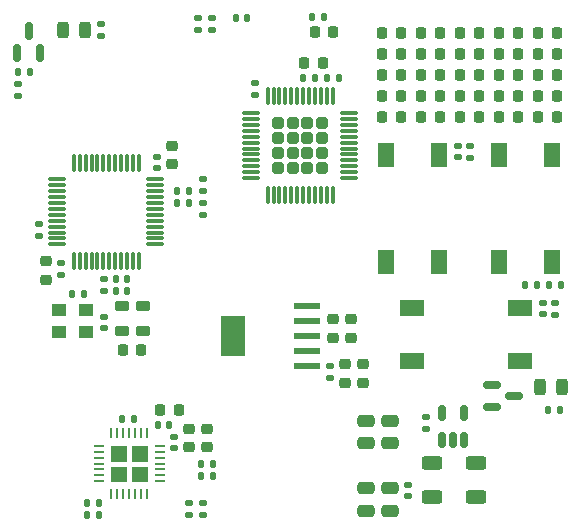
<source format=gtp>
G04 #@! TF.GenerationSoftware,KiCad,Pcbnew,(6.0.0)*
G04 #@! TF.CreationDate,2022-05-24T20:35:50-07:00*
G04 #@! TF.ProjectId,TrackpadLights,54726163-6b70-4616-944c-69676874732e,rev?*
G04 #@! TF.SameCoordinates,Original*
G04 #@! TF.FileFunction,Paste,Top*
G04 #@! TF.FilePolarity,Positive*
%FSLAX46Y46*%
G04 Gerber Fmt 4.6, Leading zero omitted, Abs format (unit mm)*
G04 Created by KiCad (PCBNEW (6.0.0)) date 2022-05-24 20:35:50*
%MOMM*%
%LPD*%
G01*
G04 APERTURE LIST*
G04 Aperture macros list*
%AMRoundRect*
0 Rectangle with rounded corners*
0 $1 Rounding radius*
0 $2 $3 $4 $5 $6 $7 $8 $9 X,Y pos of 4 corners*
0 Add a 4 corners polygon primitive as box body*
4,1,4,$2,$3,$4,$5,$6,$7,$8,$9,$2,$3,0*
0 Add four circle primitives for the rounded corners*
1,1,$1+$1,$2,$3*
1,1,$1+$1,$4,$5*
1,1,$1+$1,$6,$7*
1,1,$1+$1,$8,$9*
0 Add four rect primitives between the rounded corners*
20,1,$1+$1,$2,$3,$4,$5,0*
20,1,$1+$1,$4,$5,$6,$7,0*
20,1,$1+$1,$6,$7,$8,$9,0*
20,1,$1+$1,$8,$9,$2,$3,0*%
G04 Aperture macros list end*
%ADD10C,0.010000*%
%ADD11RoundRect,0.135000X0.135000X0.185000X-0.135000X0.185000X-0.135000X-0.185000X0.135000X-0.185000X0*%
%ADD12RoundRect,0.250000X-0.255000X-0.255000X0.255000X-0.255000X0.255000X0.255000X-0.255000X0.255000X0*%
%ADD13RoundRect,0.075000X-0.662500X-0.075000X0.662500X-0.075000X0.662500X0.075000X-0.662500X0.075000X0*%
%ADD14RoundRect,0.075000X-0.075000X-0.662500X0.075000X-0.662500X0.075000X0.662500X-0.075000X0.662500X0*%
%ADD15RoundRect,0.135000X-0.135000X-0.185000X0.135000X-0.185000X0.135000X0.185000X-0.135000X0.185000X0*%
%ADD16RoundRect,0.135000X-0.185000X0.135000X-0.185000X-0.135000X0.185000X-0.135000X0.185000X0.135000X0*%
%ADD17RoundRect,0.218750X-0.218750X-0.256250X0.218750X-0.256250X0.218750X0.256250X-0.218750X0.256250X0*%
%ADD18RoundRect,0.140000X-0.140000X-0.170000X0.140000X-0.170000X0.140000X0.170000X-0.140000X0.170000X0*%
%ADD19RoundRect,0.250000X-0.625000X0.312500X-0.625000X-0.312500X0.625000X-0.312500X0.625000X0.312500X0*%
%ADD20RoundRect,0.135000X0.185000X-0.135000X0.185000X0.135000X-0.185000X0.135000X-0.185000X-0.135000X0*%
%ADD21RoundRect,0.225000X0.250000X-0.225000X0.250000X0.225000X-0.250000X0.225000X-0.250000X-0.225000X0*%
%ADD22R,2.200000X0.600000*%
%ADD23R,2.150000X3.450000*%
%ADD24RoundRect,0.250000X-0.475000X0.250000X-0.475000X-0.250000X0.475000X-0.250000X0.475000X0.250000X0*%
%ADD25RoundRect,0.225000X-0.250000X0.225000X-0.250000X-0.225000X0.250000X-0.225000X0.250000X0.225000X0*%
%ADD26R,0.900000X0.254000*%
%ADD27R,0.254000X0.900000*%
%ADD28RoundRect,0.140000X-0.170000X0.140000X-0.170000X-0.140000X0.170000X-0.140000X0.170000X0.140000X0*%
%ADD29R,1.300000X1.100000*%
%ADD30RoundRect,0.075000X0.075000X-0.662500X0.075000X0.662500X-0.075000X0.662500X-0.075000X-0.662500X0*%
%ADD31RoundRect,0.075000X0.662500X-0.075000X0.662500X0.075000X-0.662500X0.075000X-0.662500X-0.075000X0*%
%ADD32R,2.100000X1.400000*%
%ADD33RoundRect,0.140000X0.140000X0.170000X-0.140000X0.170000X-0.140000X-0.170000X0.140000X-0.170000X0*%
%ADD34RoundRect,0.150000X-0.587500X-0.150000X0.587500X-0.150000X0.587500X0.150000X-0.587500X0.150000X0*%
%ADD35RoundRect,0.150000X0.150000X-0.512500X0.150000X0.512500X-0.150000X0.512500X-0.150000X-0.512500X0*%
%ADD36RoundRect,0.140000X0.170000X-0.140000X0.170000X0.140000X-0.170000X0.140000X-0.170000X-0.140000X0*%
%ADD37RoundRect,0.250000X0.475000X-0.250000X0.475000X0.250000X-0.475000X0.250000X-0.475000X-0.250000X0*%
%ADD38RoundRect,0.225000X0.225000X0.250000X-0.225000X0.250000X-0.225000X-0.250000X0.225000X-0.250000X0*%
%ADD39RoundRect,0.150000X0.150000X-0.587500X0.150000X0.587500X-0.150000X0.587500X-0.150000X-0.587500X0*%
%ADD40R,1.400000X2.100000*%
%ADD41RoundRect,0.250000X0.625000X-0.312500X0.625000X0.312500X-0.625000X0.312500X-0.625000X-0.312500X0*%
%ADD42RoundRect,0.225000X-0.225000X-0.250000X0.225000X-0.250000X0.225000X0.250000X-0.225000X0.250000X0*%
%ADD43RoundRect,0.243750X-0.243750X-0.456250X0.243750X-0.456250X0.243750X0.456250X-0.243750X0.456250X0*%
%ADD44RoundRect,0.218750X-0.381250X0.218750X-0.381250X-0.218750X0.381250X-0.218750X0.381250X0.218750X0*%
%ADD45RoundRect,0.218750X0.381250X-0.218750X0.381250X0.218750X-0.381250X0.218750X-0.381250X-0.218750X0*%
G04 APERTURE END LIST*
D10*
X96052544Y-119416000D02*
X94803000Y-119416000D01*
X94803000Y-119416000D02*
X94803000Y-118163270D01*
X94803000Y-118163270D02*
X96052544Y-118163270D01*
X96052544Y-118163270D02*
X96052544Y-119416000D01*
G36*
X96052544Y-119416000D02*
G01*
X94803000Y-119416000D01*
X94803000Y-118163270D01*
X96052544Y-118163270D01*
X96052544Y-119416000D01*
G37*
X96052544Y-119416000D02*
X94803000Y-119416000D01*
X94803000Y-118163270D01*
X96052544Y-118163270D01*
X96052544Y-119416000D01*
X96052938Y-121166000D02*
X94803000Y-121166000D01*
X94803000Y-121166000D02*
X94803000Y-119916062D01*
X94803000Y-119916062D02*
X96052938Y-119916062D01*
X96052938Y-119916062D02*
X96052938Y-121166000D01*
G36*
X96052938Y-121166000D02*
G01*
X94803000Y-121166000D01*
X94803000Y-119916062D01*
X96052938Y-119916062D01*
X96052938Y-121166000D01*
G37*
X96052938Y-121166000D02*
X94803000Y-121166000D01*
X94803000Y-119916062D01*
X96052938Y-119916062D01*
X96052938Y-121166000D01*
X97805520Y-119416000D02*
X96553000Y-119416000D01*
X96553000Y-119416000D02*
X96553000Y-118163480D01*
X96553000Y-118163480D02*
X97805520Y-118163480D01*
X97805520Y-118163480D02*
X97805520Y-119416000D01*
G36*
X97805520Y-119416000D02*
G01*
X96553000Y-119416000D01*
X96553000Y-118163480D01*
X97805520Y-118163480D01*
X97805520Y-119416000D01*
G37*
X97805520Y-119416000D02*
X96553000Y-119416000D01*
X96553000Y-118163480D01*
X97805520Y-118163480D01*
X97805520Y-119416000D01*
X97805480Y-121166000D02*
X96553000Y-121166000D01*
X96553000Y-121166000D02*
X96553000Y-119916413D01*
X96553000Y-119916413D02*
X97805480Y-119916413D01*
X97805480Y-119916413D02*
X97805480Y-121166000D01*
G36*
X97805480Y-121166000D02*
G01*
X96553000Y-121166000D01*
X96553000Y-119916413D01*
X97805480Y-119916413D01*
X97805480Y-121166000D01*
G37*
X97805480Y-121166000D02*
X96553000Y-121166000D01*
X96553000Y-119916413D01*
X97805480Y-119916413D01*
X97805480Y-121166000D01*
D11*
X114085000Y-87027000D03*
X113065000Y-87027000D03*
D12*
X110156000Y-94617000D03*
X110156000Y-92117000D03*
X108906000Y-92117000D03*
X112656000Y-94617000D03*
X111406000Y-90867000D03*
X112656000Y-92117000D03*
X111406000Y-94617000D03*
X112656000Y-93367000D03*
X108906000Y-93367000D03*
X112656000Y-90867000D03*
X108906000Y-94617000D03*
X111406000Y-93367000D03*
X108906000Y-90867000D03*
X110156000Y-93367000D03*
X110156000Y-90867000D03*
X111406000Y-92117000D03*
D13*
X106618500Y-89992000D03*
X106618500Y-90492000D03*
X106618500Y-90992000D03*
X106618500Y-91492000D03*
X106618500Y-91992000D03*
X106618500Y-92492000D03*
X106618500Y-92992000D03*
X106618500Y-93492000D03*
X106618500Y-93992000D03*
X106618500Y-94492000D03*
X106618500Y-94992000D03*
X106618500Y-95492000D03*
D14*
X108031000Y-96904500D03*
X108531000Y-96904500D03*
X109031000Y-96904500D03*
X109531000Y-96904500D03*
X110031000Y-96904500D03*
X110531000Y-96904500D03*
X111031000Y-96904500D03*
X111531000Y-96904500D03*
X112031000Y-96904500D03*
X112531000Y-96904500D03*
X113031000Y-96904500D03*
X113531000Y-96904500D03*
D13*
X114943500Y-95492000D03*
X114943500Y-94992000D03*
X114943500Y-94492000D03*
X114943500Y-93992000D03*
X114943500Y-93492000D03*
X114943500Y-92992000D03*
X114943500Y-92492000D03*
X114943500Y-91992000D03*
X114943500Y-91492000D03*
X114943500Y-90992000D03*
X114943500Y-90492000D03*
X114943500Y-89992000D03*
D14*
X113531000Y-88579500D03*
X113031000Y-88579500D03*
X112531000Y-88579500D03*
X112031000Y-88579500D03*
X111531000Y-88579500D03*
X111031000Y-88579500D03*
X110531000Y-88579500D03*
X110031000Y-88579500D03*
X109531000Y-88579500D03*
X109031000Y-88579500D03*
X108531000Y-88579500D03*
X108031000Y-88579500D03*
D15*
X131734000Y-115094000D03*
X132754000Y-115094000D03*
D16*
X88683000Y-99344000D03*
X88683000Y-100364000D03*
D17*
X127646500Y-84994996D03*
X129221500Y-84994996D03*
D18*
X111825000Y-81820000D03*
X112785000Y-81820000D03*
D19*
X121957000Y-119600500D03*
X121957000Y-122525500D03*
D17*
X127646500Y-83217000D03*
X129221500Y-83217000D03*
D20*
X125132000Y-93760000D03*
X125132000Y-92740000D03*
D17*
X117740492Y-83216996D03*
X119315492Y-83216996D03*
X124344500Y-83217000D03*
X125919500Y-83217000D03*
D21*
X101383000Y-118282000D03*
X101383000Y-116732000D03*
D17*
X124344500Y-84994996D03*
X125919500Y-84994996D03*
D16*
X132371000Y-106047000D03*
X132371000Y-107067000D03*
D22*
X111378500Y-111411000D03*
X111378500Y-110141000D03*
D23*
X105078500Y-108871000D03*
D22*
X111378500Y-108871000D03*
X111378500Y-107601000D03*
X111378500Y-106331000D03*
D17*
X130948492Y-90328996D03*
X132523492Y-90328996D03*
D24*
X118401000Y-121764000D03*
X118401000Y-123664000D03*
D17*
X130948492Y-84994996D03*
X132523492Y-84994996D03*
X121042492Y-88550996D03*
X122617492Y-88550996D03*
D25*
X113575000Y-107461000D03*
X113575000Y-109011000D03*
D26*
X98893000Y-121166000D03*
X98893000Y-120666000D03*
X98893000Y-120166000D03*
X98893000Y-119666000D03*
X98893000Y-119166000D03*
X98893000Y-118666000D03*
X98893000Y-118166000D03*
D27*
X97803000Y-117076000D03*
X97303000Y-117076000D03*
X96803000Y-117076000D03*
X96303000Y-117076000D03*
X95803000Y-117076000D03*
X95303000Y-117076000D03*
X94803000Y-117076000D03*
D26*
X93713000Y-118166000D03*
X93713000Y-118666000D03*
X93713000Y-119166000D03*
X93713000Y-119666000D03*
X93713000Y-120166000D03*
X93713000Y-120666000D03*
X93713000Y-121166000D03*
D27*
X94803000Y-122256000D03*
X95303000Y-122256000D03*
X95803000Y-122256000D03*
X96303000Y-122256000D03*
X96803000Y-122256000D03*
X97303000Y-122256000D03*
X97803000Y-122256000D03*
D28*
X94144000Y-107248000D03*
X94144000Y-108208000D03*
D16*
X101383000Y-122966000D03*
X101383000Y-123986000D03*
D17*
X121042500Y-83217000D03*
X122617500Y-83217000D03*
X117740492Y-88550996D03*
X119315492Y-88550996D03*
D29*
X90327000Y-108501000D03*
X92627000Y-108501000D03*
X92627000Y-106701000D03*
X90327000Y-106701000D03*
D11*
X103417000Y-120682000D03*
X102397000Y-120682000D03*
X132881000Y-104553000D03*
X131861000Y-104553000D03*
D30*
X91620000Y-102521000D03*
X92120000Y-102521000D03*
X92620000Y-102521000D03*
X93120000Y-102521000D03*
X93620000Y-102521000D03*
X94120000Y-102521000D03*
X94620000Y-102521000D03*
X95120000Y-102521000D03*
X95620000Y-102521000D03*
X96120000Y-102521000D03*
X96620000Y-102521000D03*
X97120000Y-102521000D03*
D31*
X98532500Y-101108500D03*
X98532500Y-100608500D03*
X98532500Y-100108500D03*
X98532500Y-99608500D03*
X98532500Y-99108500D03*
X98532500Y-98608500D03*
X98532500Y-98108500D03*
X98532500Y-97608500D03*
X98532500Y-97108500D03*
X98532500Y-96608500D03*
X98532500Y-96108500D03*
X98532500Y-95608500D03*
D30*
X97120000Y-94196000D03*
X96620000Y-94196000D03*
X96120000Y-94196000D03*
X95620000Y-94196000D03*
X95120000Y-94196000D03*
X94620000Y-94196000D03*
X94120000Y-94196000D03*
X93620000Y-94196000D03*
X93120000Y-94196000D03*
X92620000Y-94196000D03*
X92120000Y-94196000D03*
X91620000Y-94196000D03*
D31*
X90207500Y-95608500D03*
X90207500Y-96108500D03*
X90207500Y-96608500D03*
X90207500Y-97108500D03*
X90207500Y-97608500D03*
X90207500Y-98108500D03*
X90207500Y-98608500D03*
X90207500Y-99108500D03*
X90207500Y-99608500D03*
X90207500Y-100108500D03*
X90207500Y-100608500D03*
X90207500Y-101108500D03*
D17*
X127646500Y-86772996D03*
X129221500Y-86772996D03*
D32*
X129394500Y-110994000D03*
X120294500Y-110994000D03*
X129394500Y-106494000D03*
X120294500Y-106494000D03*
D33*
X92465000Y-105315000D03*
X91505000Y-105315000D03*
D21*
X102907000Y-118282000D03*
X102907000Y-116732000D03*
D34*
X126988500Y-113001000D03*
X126988500Y-114901000D03*
X128863500Y-113951000D03*
D24*
X116369000Y-121764000D03*
X116369000Y-123664000D03*
D35*
X122785000Y-117628500D03*
X123735000Y-117628500D03*
X124685000Y-117628500D03*
X124685000Y-115353500D03*
X122785000Y-115353500D03*
D36*
X100113000Y-118368000D03*
X100113000Y-117408000D03*
D16*
X94144000Y-104043000D03*
X94144000Y-105063000D03*
D37*
X118401000Y-117949000D03*
X118401000Y-116049000D03*
D17*
X127646500Y-88550996D03*
X129221500Y-88550996D03*
X127646500Y-90328996D03*
X129221500Y-90328996D03*
D20*
X86905000Y-88553000D03*
X86905000Y-87533000D03*
D25*
X115099000Y-107461000D03*
X115099000Y-109011000D03*
D38*
X97332000Y-110014000D03*
X95782000Y-110014000D03*
D28*
X119925000Y-121472000D03*
X119925000Y-122432000D03*
D17*
X117740492Y-84994996D03*
X119315492Y-84994996D03*
D28*
X90560000Y-102704500D03*
X90560000Y-103664500D03*
D17*
X121042492Y-86772996D03*
X122617492Y-86772996D03*
D37*
X116369000Y-117949000D03*
X116369000Y-116049000D03*
D33*
X96148000Y-105061000D03*
X95188000Y-105061000D03*
D11*
X87923000Y-86519000D03*
X86903000Y-86519000D03*
D39*
X86844000Y-84916500D03*
X88744000Y-84916500D03*
X87794000Y-83041500D03*
D17*
X121042492Y-90328996D03*
X122617492Y-90328996D03*
D33*
X106308000Y-81947000D03*
X105348000Y-81947000D03*
D40*
X118056000Y-102626000D03*
X118056000Y-93526000D03*
X122556000Y-102626000D03*
X122556000Y-93526000D03*
D41*
X125640000Y-122525500D03*
X125640000Y-119600500D03*
D42*
X98957000Y-115094000D03*
X100507000Y-115094000D03*
D17*
X117740492Y-86772996D03*
X119315492Y-86772996D03*
D33*
X96148000Y-104045000D03*
X95188000Y-104045000D03*
D16*
X102145000Y-81945000D03*
X102145000Y-82965000D03*
D43*
X131052500Y-113189000D03*
X132927500Y-113189000D03*
D15*
X95666000Y-115856000D03*
X96686000Y-115856000D03*
D17*
X130948492Y-88550996D03*
X132523492Y-88550996D03*
D44*
X95668000Y-106284500D03*
X95668000Y-108409500D03*
D28*
X113321000Y-111439000D03*
X113321000Y-112399000D03*
D17*
X124344500Y-88550996D03*
X125919500Y-88550996D03*
D11*
X101385000Y-97568000D03*
X100365000Y-97568000D03*
D21*
X99958000Y-94307500D03*
X99958000Y-92757500D03*
D17*
X130948492Y-86772996D03*
X132523492Y-86772996D03*
X124344500Y-90328996D03*
X125919500Y-90328996D03*
D15*
X92745000Y-122968000D03*
X93765000Y-122968000D03*
D36*
X98688000Y-94647500D03*
X98688000Y-93687500D03*
D16*
X103288000Y-81945000D03*
X103288000Y-82965000D03*
D17*
X121042492Y-84994996D03*
X122617492Y-84994996D03*
D42*
X111144000Y-85757000D03*
X112694000Y-85757000D03*
D18*
X111063000Y-87027000D03*
X112023000Y-87027000D03*
D17*
X124344500Y-86772996D03*
X125919500Y-86772996D03*
D45*
X97446000Y-108409500D03*
X97446000Y-106284500D03*
D20*
X93890000Y-83473000D03*
X93890000Y-82453000D03*
D42*
X112038000Y-83090000D03*
X113588000Y-83090000D03*
D25*
X116115000Y-111271000D03*
X116115000Y-112821000D03*
D16*
X106971000Y-87406000D03*
X106971000Y-88426000D03*
D18*
X129859000Y-104553000D03*
X130819000Y-104553000D03*
D36*
X131355000Y-107037000D03*
X131355000Y-106077000D03*
D20*
X102526000Y-96554000D03*
X102526000Y-95534000D03*
D40*
X127581000Y-102626000D03*
X127581000Y-93526000D03*
X132081000Y-102626000D03*
X132081000Y-93526000D03*
D16*
X102526000Y-122966000D03*
X102526000Y-123986000D03*
D11*
X101385000Y-96552000D03*
X100365000Y-96552000D03*
D16*
X102526000Y-97566000D03*
X102526000Y-98586000D03*
D17*
X130948492Y-83216996D03*
X132523492Y-83216996D03*
D36*
X121449000Y-116717000D03*
X121449000Y-115757000D03*
D43*
X90666500Y-82963000D03*
X92541500Y-82963000D03*
D25*
X89290000Y-102536500D03*
X89290000Y-104086500D03*
D11*
X103417000Y-119666000D03*
X102397000Y-119666000D03*
D17*
X117740492Y-90328996D03*
X119315492Y-90328996D03*
D15*
X92745000Y-123984000D03*
X93765000Y-123984000D03*
D18*
X98744000Y-116364000D03*
X99704000Y-116364000D03*
D25*
X114591000Y-111271000D03*
X114591000Y-112821000D03*
D36*
X124116000Y-93730000D03*
X124116000Y-92770000D03*
M02*

</source>
